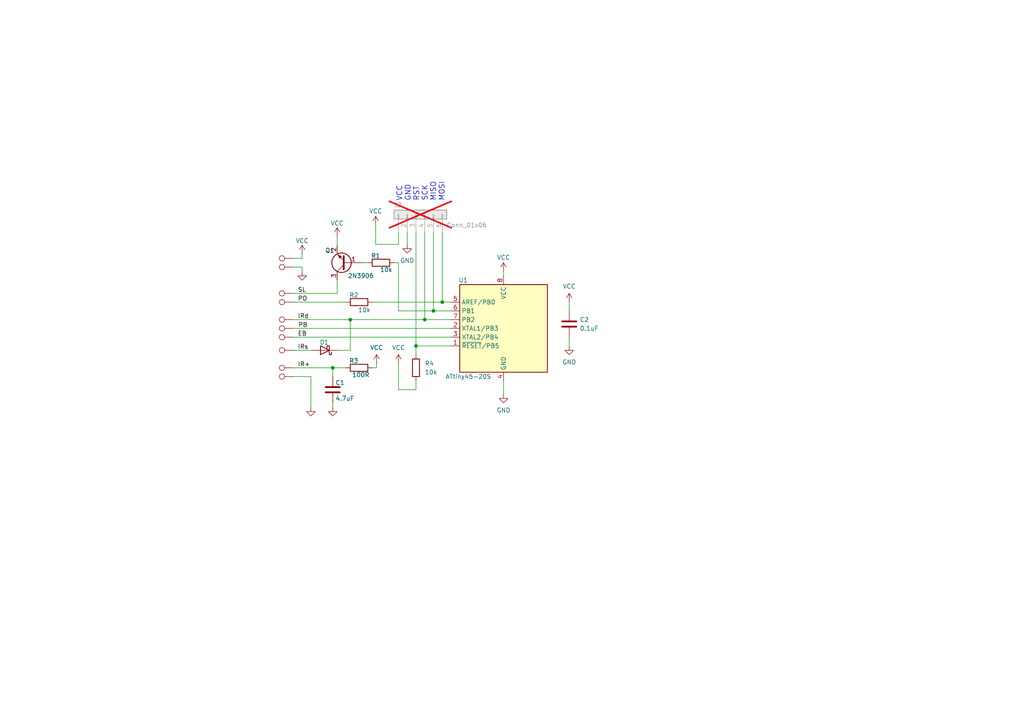
<source format=kicad_sch>
(kicad_sch (version 20230121) (generator eeschema)

  (uuid f1e57fa7-e04f-4501-b65d-c9d8d4edbbad)

  (paper "A4")

  (lib_symbols
    (symbol "Connector:TestPoint" (pin_numbers hide) (pin_names (offset 0.762) hide) (in_bom yes) (on_board yes)
      (property "Reference" "TP" (at 0 6.858 0)
        (effects (font (size 1.27 1.27)))
      )
      (property "Value" "TestPoint" (at 0 5.08 0)
        (effects (font (size 1.27 1.27)))
      )
      (property "Footprint" "" (at 5.08 0 0)
        (effects (font (size 1.27 1.27)) hide)
      )
      (property "Datasheet" "~" (at 5.08 0 0)
        (effects (font (size 1.27 1.27)) hide)
      )
      (property "ki_keywords" "test point tp" (at 0 0 0)
        (effects (font (size 1.27 1.27)) hide)
      )
      (property "ki_description" "test point" (at 0 0 0)
        (effects (font (size 1.27 1.27)) hide)
      )
      (property "ki_fp_filters" "Pin* Test*" (at 0 0 0)
        (effects (font (size 1.27 1.27)) hide)
      )
      (symbol "TestPoint_0_1"
        (circle (center 0 3.302) (radius 0.762)
          (stroke (width 0) (type default))
          (fill (type none))
        )
      )
      (symbol "TestPoint_1_1"
        (pin passive line (at 0 0 90) (length 2.54)
          (name "1" (effects (font (size 1.27 1.27))))
          (number "1" (effects (font (size 1.27 1.27))))
        )
      )
    )
    (symbol "Connector_Generic:Conn_01x06" (pin_names (offset 1.016) hide) (in_bom yes) (on_board yes)
      (property "Reference" "J" (at 0 7.62 0)
        (effects (font (size 1.27 1.27)))
      )
      (property "Value" "Conn_01x06" (at 0 -10.16 0)
        (effects (font (size 1.27 1.27)))
      )
      (property "Footprint" "" (at 0 0 0)
        (effects (font (size 1.27 1.27)) hide)
      )
      (property "Datasheet" "~" (at 0 0 0)
        (effects (font (size 1.27 1.27)) hide)
      )
      (property "ki_keywords" "connector" (at 0 0 0)
        (effects (font (size 1.27 1.27)) hide)
      )
      (property "ki_description" "Generic connector, single row, 01x06, script generated (kicad-library-utils/schlib/autogen/connector/)" (at 0 0 0)
        (effects (font (size 1.27 1.27)) hide)
      )
      (property "ki_fp_filters" "Connector*:*_1x??_*" (at 0 0 0)
        (effects (font (size 1.27 1.27)) hide)
      )
      (symbol "Conn_01x06_1_1"
        (rectangle (start -1.27 -7.493) (end 0 -7.747)
          (stroke (width 0.1524) (type default))
          (fill (type none))
        )
        (rectangle (start -1.27 -4.953) (end 0 -5.207)
          (stroke (width 0.1524) (type default))
          (fill (type none))
        )
        (rectangle (start -1.27 -2.413) (end 0 -2.667)
          (stroke (width 0.1524) (type default))
          (fill (type none))
        )
        (rectangle (start -1.27 0.127) (end 0 -0.127)
          (stroke (width 0.1524) (type default))
          (fill (type none))
        )
        (rectangle (start -1.27 2.667) (end 0 2.413)
          (stroke (width 0.1524) (type default))
          (fill (type none))
        )
        (rectangle (start -1.27 5.207) (end 0 4.953)
          (stroke (width 0.1524) (type default))
          (fill (type none))
        )
        (rectangle (start -1.27 6.35) (end 1.27 -8.89)
          (stroke (width 0.254) (type default))
          (fill (type background))
        )
        (pin passive line (at -5.08 5.08 0) (length 3.81)
          (name "Pin_1" (effects (font (size 1.27 1.27))))
          (number "1" (effects (font (size 1.27 1.27))))
        )
        (pin passive line (at -5.08 2.54 0) (length 3.81)
          (name "Pin_2" (effects (font (size 1.27 1.27))))
          (number "2" (effects (font (size 1.27 1.27))))
        )
        (pin passive line (at -5.08 0 0) (length 3.81)
          (name "Pin_3" (effects (font (size 1.27 1.27))))
          (number "3" (effects (font (size 1.27 1.27))))
        )
        (pin passive line (at -5.08 -2.54 0) (length 3.81)
          (name "Pin_4" (effects (font (size 1.27 1.27))))
          (number "4" (effects (font (size 1.27 1.27))))
        )
        (pin passive line (at -5.08 -5.08 0) (length 3.81)
          (name "Pin_5" (effects (font (size 1.27 1.27))))
          (number "5" (effects (font (size 1.27 1.27))))
        )
        (pin passive line (at -5.08 -7.62 0) (length 3.81)
          (name "Pin_6" (effects (font (size 1.27 1.27))))
          (number "6" (effects (font (size 1.27 1.27))))
        )
      )
    )
    (symbol "Device:C" (pin_numbers hide) (pin_names (offset 0.254)) (in_bom yes) (on_board yes)
      (property "Reference" "C" (at 0.635 2.54 0)
        (effects (font (size 1.27 1.27)) (justify left))
      )
      (property "Value" "C" (at 0.635 -2.54 0)
        (effects (font (size 1.27 1.27)) (justify left))
      )
      (property "Footprint" "" (at 0.9652 -3.81 0)
        (effects (font (size 1.27 1.27)) hide)
      )
      (property "Datasheet" "~" (at 0 0 0)
        (effects (font (size 1.27 1.27)) hide)
      )
      (property "ki_keywords" "cap capacitor" (at 0 0 0)
        (effects (font (size 1.27 1.27)) hide)
      )
      (property "ki_description" "Unpolarized capacitor" (at 0 0 0)
        (effects (font (size 1.27 1.27)) hide)
      )
      (property "ki_fp_filters" "C_*" (at 0 0 0)
        (effects (font (size 1.27 1.27)) hide)
      )
      (symbol "C_0_1"
        (polyline
          (pts
            (xy -2.032 -0.762)
            (xy 2.032 -0.762)
          )
          (stroke (width 0.508) (type default))
          (fill (type none))
        )
        (polyline
          (pts
            (xy -2.032 0.762)
            (xy 2.032 0.762)
          )
          (stroke (width 0.508) (type default))
          (fill (type none))
        )
      )
      (symbol "C_1_1"
        (pin passive line (at 0 3.81 270) (length 2.794)
          (name "~" (effects (font (size 1.27 1.27))))
          (number "1" (effects (font (size 1.27 1.27))))
        )
        (pin passive line (at 0 -3.81 90) (length 2.794)
          (name "~" (effects (font (size 1.27 1.27))))
          (number "2" (effects (font (size 1.27 1.27))))
        )
      )
    )
    (symbol "Device:D_Schottky" (pin_numbers hide) (pin_names (offset 1.016) hide) (in_bom yes) (on_board yes)
      (property "Reference" "D" (at 0 2.54 0)
        (effects (font (size 1.27 1.27)))
      )
      (property "Value" "D_Schottky" (at 0 -2.54 0)
        (effects (font (size 1.27 1.27)))
      )
      (property "Footprint" "" (at 0 0 0)
        (effects (font (size 1.27 1.27)) hide)
      )
      (property "Datasheet" "~" (at 0 0 0)
        (effects (font (size 1.27 1.27)) hide)
      )
      (property "ki_keywords" "diode Schottky" (at 0 0 0)
        (effects (font (size 1.27 1.27)) hide)
      )
      (property "ki_description" "Schottky diode" (at 0 0 0)
        (effects (font (size 1.27 1.27)) hide)
      )
      (property "ki_fp_filters" "TO-???* *_Diode_* *SingleDiode* D_*" (at 0 0 0)
        (effects (font (size 1.27 1.27)) hide)
      )
      (symbol "D_Schottky_0_1"
        (polyline
          (pts
            (xy 1.27 0)
            (xy -1.27 0)
          )
          (stroke (width 0) (type default))
          (fill (type none))
        )
        (polyline
          (pts
            (xy 1.27 1.27)
            (xy 1.27 -1.27)
            (xy -1.27 0)
            (xy 1.27 1.27)
          )
          (stroke (width 0.254) (type default))
          (fill (type none))
        )
        (polyline
          (pts
            (xy -1.905 0.635)
            (xy -1.905 1.27)
            (xy -1.27 1.27)
            (xy -1.27 -1.27)
            (xy -0.635 -1.27)
            (xy -0.635 -0.635)
          )
          (stroke (width 0.254) (type default))
          (fill (type none))
        )
      )
      (symbol "D_Schottky_1_1"
        (pin passive line (at -3.81 0 0) (length 2.54)
          (name "K" (effects (font (size 1.27 1.27))))
          (number "1" (effects (font (size 1.27 1.27))))
        )
        (pin passive line (at 3.81 0 180) (length 2.54)
          (name "A" (effects (font (size 1.27 1.27))))
          (number "2" (effects (font (size 1.27 1.27))))
        )
      )
    )
    (symbol "Device:R" (pin_numbers hide) (pin_names (offset 0)) (in_bom yes) (on_board yes)
      (property "Reference" "R" (at 2.032 0 90)
        (effects (font (size 1.27 1.27)))
      )
      (property "Value" "R" (at 0 0 90)
        (effects (font (size 1.27 1.27)))
      )
      (property "Footprint" "" (at -1.778 0 90)
        (effects (font (size 1.27 1.27)) hide)
      )
      (property "Datasheet" "~" (at 0 0 0)
        (effects (font (size 1.27 1.27)) hide)
      )
      (property "ki_keywords" "R res resistor" (at 0 0 0)
        (effects (font (size 1.27 1.27)) hide)
      )
      (property "ki_description" "Resistor" (at 0 0 0)
        (effects (font (size 1.27 1.27)) hide)
      )
      (property "ki_fp_filters" "R_*" (at 0 0 0)
        (effects (font (size 1.27 1.27)) hide)
      )
      (symbol "R_0_1"
        (rectangle (start -1.016 -2.54) (end 1.016 2.54)
          (stroke (width 0.254) (type default))
          (fill (type none))
        )
      )
      (symbol "R_1_1"
        (pin passive line (at 0 3.81 270) (length 1.27)
          (name "~" (effects (font (size 1.27 1.27))))
          (number "1" (effects (font (size 1.27 1.27))))
        )
        (pin passive line (at 0 -3.81 90) (length 1.27)
          (name "~" (effects (font (size 1.27 1.27))))
          (number "2" (effects (font (size 1.27 1.27))))
        )
      )
    )
    (symbol "MCU_Microchip_ATtiny:ATtiny45-20S" (in_bom yes) (on_board yes)
      (property "Reference" "U" (at -12.7 13.97 0)
        (effects (font (size 1.27 1.27)) (justify left bottom))
      )
      (property "Value" "ATtiny45-20S" (at 2.54 -13.97 0)
        (effects (font (size 1.27 1.27)) (justify left top))
      )
      (property "Footprint" "Package_SO:SOIC-8W_5.3x5.3mm_P1.27mm" (at 0 0 0)
        (effects (font (size 1.27 1.27) italic) hide)
      )
      (property "Datasheet" "http://ww1.microchip.com/downloads/en/DeviceDoc/atmel-2586-avr-8-bit-microcontroller-attiny25-attiny45-attiny85_datasheet.pdf" (at 0 0 0)
        (effects (font (size 1.27 1.27)) hide)
      )
      (property "ki_keywords" "AVR 8bit Microcontroller tinyAVR" (at 0 0 0)
        (effects (font (size 1.27 1.27)) hide)
      )
      (property "ki_description" "20MHz, 4kB Flash, 256B SRAM, 256B EEPROM, debugWIRE, SOIC-8W" (at 0 0 0)
        (effects (font (size 1.27 1.27)) hide)
      )
      (property "ki_fp_filters" "SOIC*5.3x5.3mm*P1.27mm*" (at 0 0 0)
        (effects (font (size 1.27 1.27)) hide)
      )
      (symbol "ATtiny45-20S_0_1"
        (rectangle (start -12.7 -12.7) (end 12.7 12.7)
          (stroke (width 0.254) (type default))
          (fill (type background))
        )
      )
      (symbol "ATtiny45-20S_1_1"
        (pin bidirectional line (at 15.24 -5.08 180) (length 2.54)
          (name "~{RESET}/PB5" (effects (font (size 1.27 1.27))))
          (number "1" (effects (font (size 1.27 1.27))))
        )
        (pin bidirectional line (at 15.24 0 180) (length 2.54)
          (name "XTAL1/PB3" (effects (font (size 1.27 1.27))))
          (number "2" (effects (font (size 1.27 1.27))))
        )
        (pin bidirectional line (at 15.24 -2.54 180) (length 2.54)
          (name "XTAL2/PB4" (effects (font (size 1.27 1.27))))
          (number "3" (effects (font (size 1.27 1.27))))
        )
        (pin power_in line (at 0 -15.24 90) (length 2.54)
          (name "GND" (effects (font (size 1.27 1.27))))
          (number "4" (effects (font (size 1.27 1.27))))
        )
        (pin bidirectional line (at 15.24 7.62 180) (length 2.54)
          (name "AREF/PB0" (effects (font (size 1.27 1.27))))
          (number "5" (effects (font (size 1.27 1.27))))
        )
        (pin bidirectional line (at 15.24 5.08 180) (length 2.54)
          (name "PB1" (effects (font (size 1.27 1.27))))
          (number "6" (effects (font (size 1.27 1.27))))
        )
        (pin bidirectional line (at 15.24 2.54 180) (length 2.54)
          (name "PB2" (effects (font (size 1.27 1.27))))
          (number "7" (effects (font (size 1.27 1.27))))
        )
        (pin power_in line (at 0 15.24 270) (length 2.54)
          (name "VCC" (effects (font (size 1.27 1.27))))
          (number "8" (effects (font (size 1.27 1.27))))
        )
      )
    )
    (symbol "Transistor_BJT:MMBT3904" (pin_names (offset 0) hide) (in_bom yes) (on_board yes)
      (property "Reference" "Q" (at 5.08 1.905 0)
        (effects (font (size 1.27 1.27)) (justify left))
      )
      (property "Value" "MMBT3904" (at 5.08 0 0)
        (effects (font (size 1.27 1.27)) (justify left))
      )
      (property "Footprint" "Package_TO_SOT_SMD:SOT-23" (at 5.08 -1.905 0)
        (effects (font (size 1.27 1.27) italic) (justify left) hide)
      )
      (property "Datasheet" "https://www.onsemi.com/pdf/datasheet/pzt3904-d.pdf" (at 0 0 0)
        (effects (font (size 1.27 1.27)) (justify left) hide)
      )
      (property "ki_keywords" "NPN Transistor" (at 0 0 0)
        (effects (font (size 1.27 1.27)) hide)
      )
      (property "ki_description" "0.2A Ic, 40V Vce, Small Signal NPN Transistor, SOT-23" (at 0 0 0)
        (effects (font (size 1.27 1.27)) hide)
      )
      (property "ki_fp_filters" "SOT?23*" (at 0 0 0)
        (effects (font (size 1.27 1.27)) hide)
      )
      (symbol "MMBT3904_0_1"
        (polyline
          (pts
            (xy 0.635 0.635)
            (xy 2.54 2.54)
          )
          (stroke (width 0) (type default))
          (fill (type none))
        )
        (polyline
          (pts
            (xy 0.635 -0.635)
            (xy 2.54 -2.54)
            (xy 2.54 -2.54)
          )
          (stroke (width 0) (type default))
          (fill (type none))
        )
        (polyline
          (pts
            (xy 0.635 1.905)
            (xy 0.635 -1.905)
            (xy 0.635 -1.905)
          )
          (stroke (width 0.508) (type default))
          (fill (type none))
        )
        (polyline
          (pts
            (xy 1.27 -1.778)
            (xy 1.778 -1.27)
            (xy 2.286 -2.286)
            (xy 1.27 -1.778)
            (xy 1.27 -1.778)
          )
          (stroke (width 0) (type default))
          (fill (type outline))
        )
        (circle (center 1.27 0) (radius 2.8194)
          (stroke (width 0.254) (type default))
          (fill (type none))
        )
      )
      (symbol "MMBT3904_1_1"
        (pin input line (at -5.08 0 0) (length 5.715)
          (name "B" (effects (font (size 1.27 1.27))))
          (number "1" (effects (font (size 1.27 1.27))))
        )
        (pin passive line (at 2.54 -5.08 90) (length 2.54)
          (name "E" (effects (font (size 1.27 1.27))))
          (number "2" (effects (font (size 1.27 1.27))))
        )
        (pin passive line (at 2.54 5.08 270) (length 2.54)
          (name "C" (effects (font (size 1.27 1.27))))
          (number "3" (effects (font (size 1.27 1.27))))
        )
      )
    )
    (symbol "power:GND" (power) (pin_names (offset 0)) (in_bom yes) (on_board yes)
      (property "Reference" "#PWR" (at 0 -6.35 0)
        (effects (font (size 1.27 1.27)) hide)
      )
      (property "Value" "GND" (at 0 -3.81 0)
        (effects (font (size 1.27 1.27)))
      )
      (property "Footprint" "" (at 0 0 0)
        (effects (font (size 1.27 1.27)) hide)
      )
      (property "Datasheet" "" (at 0 0 0)
        (effects (font (size 1.27 1.27)) hide)
      )
      (property "ki_keywords" "global power" (at 0 0 0)
        (effects (font (size 1.27 1.27)) hide)
      )
      (property "ki_description" "Power symbol creates a global label with name \"GND\" , ground" (at 0 0 0)
        (effects (font (size 1.27 1.27)) hide)
      )
      (symbol "GND_0_1"
        (polyline
          (pts
            (xy 0 0)
            (xy 0 -1.27)
            (xy 1.27 -1.27)
            (xy 0 -2.54)
            (xy -1.27 -1.27)
            (xy 0 -1.27)
          )
          (stroke (width 0) (type default))
          (fill (type none))
        )
      )
      (symbol "GND_1_1"
        (pin power_in line (at 0 0 270) (length 0) hide
          (name "GND" (effects (font (size 1.27 1.27))))
          (number "1" (effects (font (size 1.27 1.27))))
        )
      )
    )
    (symbol "power:VCC" (power) (pin_names (offset 0)) (in_bom yes) (on_board yes)
      (property "Reference" "#PWR" (at 0 -3.81 0)
        (effects (font (size 1.27 1.27)) hide)
      )
      (property "Value" "VCC" (at 0 3.81 0)
        (effects (font (size 1.27 1.27)))
      )
      (property "Footprint" "" (at 0 0 0)
        (effects (font (size 1.27 1.27)) hide)
      )
      (property "Datasheet" "" (at 0 0 0)
        (effects (font (size 1.27 1.27)) hide)
      )
      (property "ki_keywords" "global power" (at 0 0 0)
        (effects (font (size 1.27 1.27)) hide)
      )
      (property "ki_description" "Power symbol creates a global label with name \"VCC\"" (at 0 0 0)
        (effects (font (size 1.27 1.27)) hide)
      )
      (symbol "VCC_0_1"
        (polyline
          (pts
            (xy -0.762 1.27)
            (xy 0 2.54)
          )
          (stroke (width 0) (type default))
          (fill (type none))
        )
        (polyline
          (pts
            (xy 0 0)
            (xy 0 2.54)
          )
          (stroke (width 0) (type default))
          (fill (type none))
        )
        (polyline
          (pts
            (xy 0 2.54)
            (xy 0.762 1.27)
          )
          (stroke (width 0) (type default))
          (fill (type none))
        )
      )
      (symbol "VCC_1_1"
        (pin power_in line (at 0 0 90) (length 0) hide
          (name "VCC" (effects (font (size 1.27 1.27))))
          (number "1" (effects (font (size 1.27 1.27))))
        )
      )
    )
  )

  (junction (at 120.65 100.33) (diameter 0) (color 0 0 0 0)
    (uuid 0a46a4dc-a9cf-42c5-a129-2823ac7c04d8)
  )
  (junction (at 101.6 92.71) (diameter 0) (color 0 0 0 0)
    (uuid 2aeefa99-1ce5-404c-a5da-8bd7a11f2a07)
  )
  (junction (at 125.73 90.17) (diameter 0) (color 0 0 0 0)
    (uuid 717a30b9-c6dd-49be-a585-8355f55e59ef)
  )
  (junction (at 96.52 106.68) (diameter 0) (color 0 0 0 0)
    (uuid 7aff77a3-e25e-4aa6-adeb-a40513168458)
  )
  (junction (at 123.19 92.71) (diameter 0) (color 0 0 0 0)
    (uuid af55451f-1a60-4682-82d1-0d289f2bc208)
  )
  (junction (at 128.27 87.63) (diameter 0) (color 0 0 0 0)
    (uuid ba554c00-b17d-4699-a482-731f303fe16b)
  )

  (wire (pts (xy 85.09 77.47) (xy 87.63 77.47))
    (stroke (width 0) (type default))
    (uuid 078defbd-4687-45a6-a39f-5d262a1269f8)
  )
  (wire (pts (xy 98.044 101.6) (xy 101.6 101.6))
    (stroke (width 0) (type default))
    (uuid 0bdcacfc-9d3f-46e7-a8cc-6ed0139828eb)
  )
  (wire (pts (xy 115.57 113.03) (xy 120.65 113.03))
    (stroke (width 0) (type default))
    (uuid 0bfa7461-392c-4e6f-b784-2cf56fa95eb7)
  )
  (wire (pts (xy 85.09 95.25) (xy 130.81 95.25))
    (stroke (width 0) (type default))
    (uuid 0f933954-e35d-475e-ab8b-9c5e4a3e843c)
  )
  (wire (pts (xy 114.3 76.2) (xy 115.57 76.2))
    (stroke (width 0) (type default))
    (uuid 0ff7e6ea-5d9a-4c20-9a60-2bb816a36b83)
  )
  (wire (pts (xy 109.22 106.68) (xy 107.95 106.68))
    (stroke (width 0) (type default))
    (uuid 12358302-a7b5-480d-bc6d-0429bf08e2dc)
  )
  (wire (pts (xy 85.09 109.22) (xy 90.17 109.22))
    (stroke (width 0) (type default))
    (uuid 1404c01a-1649-48de-afca-a554361d0b86)
  )
  (wire (pts (xy 128.27 87.63) (xy 130.81 87.63))
    (stroke (width 0) (type default))
    (uuid 1605d10e-0c70-4c7c-9181-567acb9c084b)
  )
  (wire (pts (xy 123.19 92.71) (xy 130.81 92.71))
    (stroke (width 0) (type default))
    (uuid 1758da06-a197-4576-91bf-dae191ef913e)
  )
  (wire (pts (xy 97.79 68.58) (xy 97.79 71.12))
    (stroke (width 0) (type default))
    (uuid 184537ee-d26e-40e7-aae4-3b7839d68505)
  )
  (wire (pts (xy 120.65 100.33) (xy 120.65 102.87))
    (stroke (width 0) (type default))
    (uuid 1a60327a-74e6-4262-910a-60b24a58ea93)
  )
  (wire (pts (xy 85.09 74.93) (xy 87.63 74.93))
    (stroke (width 0) (type default))
    (uuid 1e7e8e77-2fb6-4b58-9c52-7dd21e894b23)
  )
  (wire (pts (xy 85.09 101.6) (xy 90.424 101.6))
    (stroke (width 0) (type default))
    (uuid 1e83bca2-eacd-4bd1-988e-21fd00838872)
  )
  (wire (pts (xy 97.79 81.28) (xy 97.79 85.09))
    (stroke (width 0) (type default))
    (uuid 21e7ae10-5377-4794-93a7-d11050fb1392)
  )
  (wire (pts (xy 85.09 106.68) (xy 96.52 106.68))
    (stroke (width 0) (type default))
    (uuid 2d62f8c8-802b-4525-983e-942d26ffc0ab)
  )
  (wire (pts (xy 128.27 67.31) (xy 128.27 87.63))
    (stroke (width 0) (type default))
    (uuid 306b3722-4475-40ea-8545-23163840b53c)
  )
  (wire (pts (xy 87.63 77.47) (xy 87.63 78.74))
    (stroke (width 0) (type default))
    (uuid 340369ec-82b2-45e9-8104-0d47c8b3b5a1)
  )
  (wire (pts (xy 101.6 92.71) (xy 101.6 101.6))
    (stroke (width 0) (type default))
    (uuid 34e9c15b-4f94-4c96-a47f-6b0499348014)
  )
  (wire (pts (xy 123.19 67.31) (xy 123.19 92.71))
    (stroke (width 0) (type default))
    (uuid 47d1951b-f730-4f00-8e9d-7c28a0a47fa8)
  )
  (wire (pts (xy 96.52 106.68) (xy 100.33 106.68))
    (stroke (width 0) (type default))
    (uuid 4e2f8e75-f312-4ed5-868e-0814092aeaf4)
  )
  (wire (pts (xy 118.11 67.31) (xy 118.11 70.866))
    (stroke (width 0) (type default))
    (uuid 55139d17-2f14-462d-a57d-6ec66cf53340)
  )
  (wire (pts (xy 125.73 90.17) (xy 130.81 90.17))
    (stroke (width 0) (type default))
    (uuid 5d142d5b-de58-4527-8b16-c0b1f6be565d)
  )
  (wire (pts (xy 115.57 90.17) (xy 125.73 90.17))
    (stroke (width 0) (type default))
    (uuid 5f38410b-d7bb-4660-bf5e-150644f36924)
  )
  (wire (pts (xy 115.57 105.41) (xy 115.57 113.03))
    (stroke (width 0) (type default))
    (uuid 63306ceb-00bc-4bd5-9815-088e39c71cd3)
  )
  (wire (pts (xy 90.17 109.22) (xy 90.17 118.11))
    (stroke (width 0) (type default))
    (uuid 684b3bb5-04b2-4c65-b6ce-77a46f53f0eb)
  )
  (wire (pts (xy 165.1 97.79) (xy 165.1 100.33))
    (stroke (width 0) (type default))
    (uuid 69f45f05-7ea9-4b03-bb6b-e949f092a04f)
  )
  (wire (pts (xy 120.65 113.03) (xy 120.65 110.49))
    (stroke (width 0) (type default))
    (uuid 7073332b-6e84-4442-8e0a-cf06cc02e59a)
  )
  (wire (pts (xy 146.05 78.74) (xy 146.05 80.01))
    (stroke (width 0) (type default))
    (uuid 71959027-ab62-4695-b3de-54b89d28bb13)
  )
  (wire (pts (xy 120.65 100.33) (xy 130.81 100.33))
    (stroke (width 0) (type default))
    (uuid 85762a7a-a6e2-4133-ba17-ea580102b808)
  )
  (wire (pts (xy 85.09 85.09) (xy 97.79 85.09))
    (stroke (width 0) (type default))
    (uuid 85832ef3-7291-41f9-aa54-35b382674c30)
  )
  (wire (pts (xy 120.65 67.31) (xy 120.65 100.33))
    (stroke (width 0) (type default))
    (uuid 85d02859-dadd-4c7f-9f0d-6260d1c383f9)
  )
  (wire (pts (xy 87.63 74.93) (xy 87.63 73.66))
    (stroke (width 0) (type default))
    (uuid 8b7b92d1-276f-4d7c-979b-0503017e8c67)
  )
  (wire (pts (xy 109.22 105.41) (xy 109.22 106.68))
    (stroke (width 0) (type default))
    (uuid 927dab80-0f56-432d-8ef3-3bc5273ae442)
  )
  (wire (pts (xy 85.09 87.63) (xy 100.33 87.63))
    (stroke (width 0) (type default))
    (uuid 9786a1ce-6cf2-406b-8588-dd92c5035b35)
  )
  (wire (pts (xy 165.1 87.63) (xy 165.1 90.17))
    (stroke (width 0) (type default))
    (uuid 9ad1d192-2aad-494e-9dc8-3b89b607777c)
  )
  (wire (pts (xy 115.57 67.31) (xy 115.57 70.866))
    (stroke (width 0) (type default))
    (uuid a23ea6e1-e4aa-4ff3-af39-c71f51a691fe)
  )
  (wire (pts (xy 85.09 92.71) (xy 101.6 92.71))
    (stroke (width 0) (type default))
    (uuid a42f80ab-4482-43d8-b8bf-7b78264ca4e7)
  )
  (wire (pts (xy 85.09 97.79) (xy 130.81 97.79))
    (stroke (width 0) (type default))
    (uuid aa10f05c-5434-4652-8761-0afbcfaa0cba)
  )
  (wire (pts (xy 125.73 67.31) (xy 125.73 90.17))
    (stroke (width 0) (type default))
    (uuid b1c7abbe-cdf8-4352-86a8-03ecbcff2837)
  )
  (wire (pts (xy 146.05 110.49) (xy 146.05 114.3))
    (stroke (width 0) (type default))
    (uuid c13aa565-f23b-4a1e-b77b-0456f04bac57)
  )
  (wire (pts (xy 107.95 87.63) (xy 128.27 87.63))
    (stroke (width 0) (type default))
    (uuid c23b3c06-c787-4e18-933b-706f31296536)
  )
  (wire (pts (xy 108.966 65.278) (xy 108.966 70.866))
    (stroke (width 0) (type default))
    (uuid c383e498-3c23-4cf0-8439-c6dc59b99260)
  )
  (wire (pts (xy 96.52 106.68) (xy 96.52 109.22))
    (stroke (width 0) (type default))
    (uuid c47add73-d8f3-452f-ac5a-b7cd6af14eab)
  )
  (wire (pts (xy 101.6 92.71) (xy 123.19 92.71))
    (stroke (width 0) (type default))
    (uuid c6d15035-605d-4f5e-8c17-f9dc2911968e)
  )
  (wire (pts (xy 96.52 116.84) (xy 96.52 118.11))
    (stroke (width 0) (type default))
    (uuid dcfaaf4f-5fce-4f7c-a8ac-0740e578e383)
  )
  (wire (pts (xy 115.57 76.2) (xy 115.57 90.17))
    (stroke (width 0) (type default))
    (uuid ea2e6f10-7fbd-4f35-b4db-54e9a9fa3a11)
  )
  (wire (pts (xy 108.966 70.866) (xy 115.57 70.866))
    (stroke (width 0) (type default))
    (uuid ea58f7c3-b6de-4710-acd6-5eb6b2de977c)
  )
  (wire (pts (xy 105.41 76.2) (xy 106.68 76.2))
    (stroke (width 0) (type default))
    (uuid fb26edc9-9e64-4c36-a1fd-3c11e0affadc)
  )

  (text "VCC\nGND\nRST\nSCK\nMISO\nMOSI" (at 129.032 58.42 90)
    (effects (font (size 1.524 1.524)) (justify left bottom))
    (uuid 4f611d20-a3ea-46b9-9e02-e324dcbe94e2)
  )

  (label "SL" (at 86.36 85.09 0) (fields_autoplaced)
    (effects (font (size 1.27 1.27)) (justify left bottom))
    (uuid 462e1179-3765-453a-82c1-94c3efba583b)
  )
  (label "IRs" (at 86.36 101.6 0) (fields_autoplaced)
    (effects (font (size 1.27 1.27)) (justify left bottom))
    (uuid 46c4362a-e113-42cb-8ab0-1399780d58cb)
  )
  (label "EB" (at 86.36 97.79 0) (fields_autoplaced)
    (effects (font (size 1.27 1.27)) (justify left bottom))
    (uuid 70c01179-f61d-4e36-9b9b-2f2764b7c587)
  )
  (label "PB" (at 86.487 95.25 0) (fields_autoplaced)
    (effects (font (size 1.27 1.27)) (justify left bottom))
    (uuid 9a394800-fcb6-4502-8bfe-a1fa53fd4e21)
  )
  (label "PO" (at 86.36 87.63 0) (fields_autoplaced)
    (effects (font (size 1.27 1.27)) (justify left bottom))
    (uuid b29434fd-9eef-4839-ae3b-58c20e5d1dd7)
  )
  (label "IRd" (at 86.36 92.71 0) (fields_autoplaced)
    (effects (font (size 1.27 1.27)) (justify left bottom))
    (uuid bf8794c6-3776-4acb-8df7-ec5106450292)
  )
  (label "IR+" (at 86.36 106.68 0) (fields_autoplaced)
    (effects (font (size 1.27 1.27)) (justify left bottom))
    (uuid c8d41de4-a008-48ca-87b4-d9feb919edee)
  )

  (symbol (lib_id "Device:R") (at 120.65 106.68 0) (unit 1)
    (in_bom yes) (on_board yes) (dnp no) (fields_autoplaced)
    (uuid 0634102a-d9b9-425b-94fc-3557c703a3fe)
    (property "Reference" "R4" (at 123.19 105.41 0)
      (effects (font (size 1.27 1.27)) (justify left))
    )
    (property "Value" "10k" (at 123.19 107.95 0)
      (effects (font (size 1.27 1.27)) (justify left))
    )
    (property "Footprint" "Resistor_SMD:R_0603_1608Metric" (at 118.872 106.68 90)
      (effects (font (size 1.27 1.27)) hide)
    )
    (property "Datasheet" "~" (at 120.65 106.68 0)
      (effects (font (size 1.27 1.27)) hide)
    )
    (pin "1" (uuid 94624c26-50a3-4050-b69c-1a4c9d60fecf))
    (pin "2" (uuid 4eabc437-ed5c-451e-ad47-fad5bfa9ef31))
    (instances
      (project "xerc2c"
        (path "/f1e57fa7-e04f-4501-b65d-c9d8d4edbbad"
          (reference "R4") (unit 1)
        )
      )
    )
  )

  (symbol (lib_id "Connector:TestPoint") (at 85.09 109.22 90) (unit 1)
    (in_bom yes) (on_board yes) (dnp no)
    (uuid 0714f680-4694-4170-81cd-cec56603a3af)
    (property "Reference" "TP10" (at 83.2358 110.363 0)
      (effects (font (size 1.778 1.5113)) (justify left bottom) hide)
    )
    (property "Value" "SMD2" (at 88.392 110.363 0)
      (effects (font (size 1.778 1.5113)) (justify left bottom) hide)
    )
    (property "Footprint" "Library:SMDPAD" (at 85.09 104.14 0)
      (effects (font (size 1.27 1.27)) hide)
    )
    (property "Datasheet" "~" (at 85.09 104.14 0)
      (effects (font (size 1.27 1.27)) hide)
    )
    (pin "1" (uuid 03bd63e7-211f-4d16-8e87-2dde519244bf))
    (instances
      (project "xerc2c"
        (path "/f1e57fa7-e04f-4501-b65d-c9d8d4edbbad"
          (reference "TP10") (unit 1)
        )
      )
    )
  )

  (symbol (lib_id "power:VCC") (at 115.57 105.41 0) (mirror y) (unit 1)
    (in_bom yes) (on_board yes) (dnp no)
    (uuid 0d56f2c9-91c6-4d09-a0a5-9fc3c1d2770f)
    (property "Reference" "#PWR011" (at 115.57 109.22 0)
      (effects (font (size 1.27 1.27)) hide)
    )
    (property "Value" "VCC" (at 115.57 100.838 0)
      (effects (font (size 1.27 1.27)))
    )
    (property "Footprint" "" (at 115.57 105.41 0)
      (effects (font (size 1.27 1.27)) hide)
    )
    (property "Datasheet" "" (at 115.57 105.41 0)
      (effects (font (size 1.27 1.27)) hide)
    )
    (pin "1" (uuid 9a07576c-86b6-4d7e-8d8a-945e51412e3a))
    (instances
      (project "xerc2c"
        (path "/f1e57fa7-e04f-4501-b65d-c9d8d4edbbad"
          (reference "#PWR011") (unit 1)
        )
      )
    )
  )

  (symbol (lib_id "Connector:TestPoint") (at 85.09 74.93 90) (unit 1)
    (in_bom yes) (on_board yes) (dnp no)
    (uuid 0e487f47-dc15-4447-bb3b-0b2b369ce67a)
    (property "Reference" "TP1" (at 83.2358 76.073 0)
      (effects (font (size 1.778 1.5113)) (justify left bottom) hide)
    )
    (property "Value" "SMD2" (at 88.392 76.073 0)
      (effects (font (size 1.778 1.5113)) (justify left bottom) hide)
    )
    (property "Footprint" "Library:SMDPAD" (at 85.09 69.85 0)
      (effects (font (size 1.27 1.27)) hide)
    )
    (property "Datasheet" "~" (at 85.09 69.85 0)
      (effects (font (size 1.27 1.27)) hide)
    )
    (pin "1" (uuid 238e81e7-68cf-4d8f-972d-2ed492a8e479))
    (instances
      (project "xerc2c"
        (path "/f1e57fa7-e04f-4501-b65d-c9d8d4edbbad"
          (reference "TP1") (unit 1)
        )
      )
    )
  )

  (symbol (lib_id "power:VCC") (at 109.22 105.41 0) (mirror y) (unit 1)
    (in_bom yes) (on_board yes) (dnp no)
    (uuid 2b7f9537-78ea-427d-8b60-3f9e7b073d04)
    (property "Reference" "#PWR010" (at 109.22 109.22 0)
      (effects (font (size 1.27 1.27)) hide)
    )
    (property "Value" "VCC" (at 109.22 100.838 0)
      (effects (font (size 1.27 1.27)))
    )
    (property "Footprint" "" (at 109.22 105.41 0)
      (effects (font (size 1.27 1.27)) hide)
    )
    (property "Datasheet" "" (at 109.22 105.41 0)
      (effects (font (size 1.27 1.27)) hide)
    )
    (pin "1" (uuid 87b0ca81-9163-4ec5-bf24-0b732d222610))
    (instances
      (project "xerc2c"
        (path "/f1e57fa7-e04f-4501-b65d-c9d8d4edbbad"
          (reference "#PWR010") (unit 1)
        )
      )
    )
  )

  (symbol (lib_id "power:GND") (at 96.52 118.11 0) (unit 1)
    (in_bom yes) (on_board yes) (dnp no) (fields_autoplaced)
    (uuid 316f9917-6c89-44fc-9c5d-1b3ef5a4ae8b)
    (property "Reference" "#PWR09" (at 96.52 124.46 0)
      (effects (font (size 1.27 1.27)) hide)
    )
    (property "Value" "GND" (at 96.52 122.809 0)
      (effects (font (size 1.27 1.27)) hide)
    )
    (property "Footprint" "" (at 96.52 118.11 0)
      (effects (font (size 1.27 1.27)) hide)
    )
    (property "Datasheet" "" (at 96.52 118.11 0)
      (effects (font (size 1.27 1.27)) hide)
    )
    (pin "1" (uuid 9f628961-2297-4602-a95b-e805f23ae5dc))
    (instances
      (project "xerc2c"
        (path "/f1e57fa7-e04f-4501-b65d-c9d8d4edbbad"
          (reference "#PWR09") (unit 1)
        )
      )
    )
  )

  (symbol (lib_id "Connector_Generic:Conn_01x06") (at 120.65 62.23 90) (unit 1)
    (in_bom yes) (on_board yes) (dnp yes)
    (uuid 3d85ad7d-811e-4dbf-a205-b94ea8219676)
    (property "Reference" "J2" (at 115.316 59.436 90)
      (effects (font (size 1.27 1.27)))
    )
    (property "Value" "Conn_01x06" (at 135.382 65.278 90)
      (effects (font (size 1.27 1.27)))
    )
    (property "Footprint" "Connector_PinHeader_2.54mm:PinHeader_1x06_P2.54mm_Vertical" (at 120.65 62.23 0)
      (effects (font (size 1.27 1.27)) hide)
    )
    (property "Datasheet" "~" (at 120.65 62.23 0)
      (effects (font (size 1.27 1.27)) hide)
    )
    (pin "2" (uuid 8551c7f7-9817-42dc-bc21-c72719197cf0))
    (pin "4" (uuid e15a4ca3-7b96-4b82-8aca-d55c14d88477))
    (pin "5" (uuid 3ded646c-9f52-4215-9810-c3ea0830984f))
    (pin "6" (uuid f4e0ec79-ff5c-4020-a240-2abbebcc4a30))
    (pin "3" (uuid 2ae274d6-999d-4cca-82ad-f05832dc6806))
    (pin "1" (uuid 367aa139-e7f7-4f3c-9d06-29c3b8ea051e))
    (instances
      (project "xerc2c"
        (path "/f1e57fa7-e04f-4501-b65d-c9d8d4edbbad"
          (reference "J2") (unit 1)
        )
      )
    )
  )

  (symbol (lib_id "Device:C") (at 96.52 113.03 0) (unit 1)
    (in_bom yes) (on_board yes) (dnp no)
    (uuid 416e7aba-86cf-4d96-b1e9-d5f116b26a88)
    (property "Reference" "C1" (at 97.282 110.998 0)
      (effects (font (size 1.27 1.27)) (justify left))
    )
    (property "Value" "4.7uF" (at 97.282 115.57 0)
      (effects (font (size 1.27 1.27)) (justify left))
    )
    (property "Footprint" "Capacitor_SMD:C_0805_2012Metric" (at 97.4852 116.84 0)
      (effects (font (size 1.27 1.27)) hide)
    )
    (property "Datasheet" "~" (at 96.52 113.03 0)
      (effects (font (size 1.27 1.27)) hide)
    )
    (pin "1" (uuid 732495d1-c8fd-466b-ba29-75cffad7c611))
    (pin "2" (uuid 3b9042f2-0c1e-45bf-b1f5-dcd6780e2183))
    (instances
      (project "xerc2c"
        (path "/f1e57fa7-e04f-4501-b65d-c9d8d4edbbad"
          (reference "C1") (unit 1)
        )
      )
    )
  )

  (symbol (lib_id "power:GND") (at 146.05 114.3 0) (unit 1)
    (in_bom yes) (on_board yes) (dnp no) (fields_autoplaced)
    (uuid 44a82218-0bc2-49df-ac49-6fc3abbad201)
    (property "Reference" "#PWR02" (at 146.05 120.65 0)
      (effects (font (size 1.27 1.27)) hide)
    )
    (property "Value" "GND" (at 146.05 118.999 0)
      (effects (font (size 1.27 1.27)))
    )
    (property "Footprint" "" (at 146.05 114.3 0)
      (effects (font (size 1.27 1.27)) hide)
    )
    (property "Datasheet" "" (at 146.05 114.3 0)
      (effects (font (size 1.27 1.27)) hide)
    )
    (pin "1" (uuid 1f192433-167f-47d2-9c7c-851e7173bb7e))
    (instances
      (project "xerc2c"
        (path "/f1e57fa7-e04f-4501-b65d-c9d8d4edbbad"
          (reference "#PWR02") (unit 1)
        )
      )
    )
  )

  (symbol (lib_id "Connector:TestPoint") (at 85.09 92.71 90) (unit 1)
    (in_bom yes) (on_board yes) (dnp no)
    (uuid 4add6344-47f9-43be-9d7a-353aa63b719a)
    (property "Reference" "TP5" (at 83.2358 93.853 0)
      (effects (font (size 1.778 1.5113)) (justify left bottom) hide)
    )
    (property "Value" "SMD2" (at 88.392 93.853 0)
      (effects (font (size 1.778 1.5113)) (justify left bottom) hide)
    )
    (property "Footprint" "Library:SMDPAD" (at 85.09 87.63 0)
      (effects (font (size 1.27 1.27)) hide)
    )
    (property "Datasheet" "~" (at 85.09 87.63 0)
      (effects (font (size 1.27 1.27)) hide)
    )
    (pin "1" (uuid 13596a97-b774-42fc-89e7-fa1eb6be0088))
    (instances
      (project "xerc2c"
        (path "/f1e57fa7-e04f-4501-b65d-c9d8d4edbbad"
          (reference "TP5") (unit 1)
        )
      )
    )
  )

  (symbol (lib_id "Connector:TestPoint") (at 85.09 95.25 90) (unit 1)
    (in_bom yes) (on_board yes) (dnp no)
    (uuid 4cf035a4-87e2-4600-88fa-5811e28c98bf)
    (property "Reference" "TP6" (at 83.2358 96.393 0)
      (effects (font (size 1.778 1.5113)) (justify left bottom) hide)
    )
    (property "Value" "SMD2" (at 88.392 96.393 0)
      (effects (font (size 1.778 1.5113)) (justify left bottom) hide)
    )
    (property "Footprint" "Library:SMDPAD" (at 85.09 90.17 0)
      (effects (font (size 1.27 1.27)) hide)
    )
    (property "Datasheet" "~" (at 85.09 90.17 0)
      (effects (font (size 1.27 1.27)) hide)
    )
    (pin "1" (uuid 65593e93-c6bd-4eff-981d-24a453b46b37))
    (instances
      (project "xerc2c"
        (path "/f1e57fa7-e04f-4501-b65d-c9d8d4edbbad"
          (reference "TP6") (unit 1)
        )
      )
    )
  )

  (symbol (lib_id "Transistor_BJT:MMBT3904") (at 100.33 76.2 180) (unit 1)
    (in_bom yes) (on_board yes) (dnp no)
    (uuid 5653e827-9b43-412a-940e-0f69c3b1c9ab)
    (property "Reference" "Q1" (at 97.028 72.644 0)
      (effects (font (size 1.27 1.27)) (justify left))
    )
    (property "Value" "2N3906" (at 108.458 80.01 0)
      (effects (font (size 1.27 1.27)) (justify left))
    )
    (property "Footprint" "Package_TO_SOT_SMD:SOT-23" (at 95.25 74.295 0)
      (effects (font (size 1.27 1.27) italic) (justify left) hide)
    )
    (property "Datasheet" "https://www.onsemi.com/pdf/datasheet/pzt3904-d.pdf" (at 100.33 76.2 0)
      (effects (font (size 1.27 1.27)) (justify left) hide)
    )
    (pin "1" (uuid 83ea9964-2b45-4d3a-a3e1-e850f0a61aa0))
    (pin "2" (uuid 9965e159-dc7b-4981-a121-f56f95bb9152))
    (pin "3" (uuid d91bb077-010e-4100-aea0-3abb90b23064))
    (instances
      (project "xerc2c"
        (path "/f1e57fa7-e04f-4501-b65d-c9d8d4edbbad"
          (reference "Q1") (unit 1)
        )
      )
    )
  )

  (symbol (lib_id "power:GND") (at 165.1 100.33 0) (unit 1)
    (in_bom yes) (on_board yes) (dnp no) (fields_autoplaced)
    (uuid 58116cfb-3d0c-410e-b193-9616150ee9fa)
    (property "Reference" "#PWR03" (at 165.1 106.68 0)
      (effects (font (size 1.27 1.27)) hide)
    )
    (property "Value" "GND" (at 165.1 105.029 0)
      (effects (font (size 1.27 1.27)))
    )
    (property "Footprint" "" (at 165.1 100.33 0)
      (effects (font (size 1.27 1.27)) hide)
    )
    (property "Datasheet" "" (at 165.1 100.33 0)
      (effects (font (size 1.27 1.27)) hide)
    )
    (pin "1" (uuid d744d72a-6c84-4819-b3d3-63855c6407ad))
    (instances
      (project "xerc2c"
        (path "/f1e57fa7-e04f-4501-b65d-c9d8d4edbbad"
          (reference "#PWR03") (unit 1)
        )
      )
    )
  )

  (symbol (lib_id "Device:R") (at 110.49 76.2 90) (unit 1)
    (in_bom yes) (on_board yes) (dnp no)
    (uuid 6336eb1e-8162-4ca0-a69d-e55f7ce3601b)
    (property "Reference" "R1" (at 108.966 74.168 90)
      (effects (font (size 1.27 1.27)))
    )
    (property "Value" "10k" (at 112.014 78.232 90)
      (effects (font (size 1.27 1.27)))
    )
    (property "Footprint" "Resistor_SMD:R_0603_1608Metric" (at 110.49 77.978 90)
      (effects (font (size 1.27 1.27)) hide)
    )
    (property "Datasheet" "~" (at 110.49 76.2 0)
      (effects (font (size 1.27 1.27)) hide)
    )
    (pin "1" (uuid bbf87574-f661-4079-85c3-61acbc36e23b))
    (pin "2" (uuid 32de0f8a-b075-48d5-b9f3-b3100d243831))
    (instances
      (project "xerc2c"
        (path "/f1e57fa7-e04f-4501-b65d-c9d8d4edbbad"
          (reference "R1") (unit 1)
        )
      )
    )
  )

  (symbol (lib_id "Device:R") (at 104.14 87.63 90) (unit 1)
    (in_bom yes) (on_board yes) (dnp no)
    (uuid 763b6da5-5eef-4cfa-b43e-4fe53390a6d5)
    (property "Reference" "R2" (at 102.616 85.598 90)
      (effects (font (size 1.27 1.27)))
    )
    (property "Value" "10k" (at 105.664 89.916 90)
      (effects (font (size 1.27 1.27)))
    )
    (property "Footprint" "Resistor_SMD:R_0603_1608Metric" (at 104.14 89.408 90)
      (effects (font (size 1.27 1.27)) hide)
    )
    (property "Datasheet" "~" (at 104.14 87.63 0)
      (effects (font (size 1.27 1.27)) hide)
    )
    (pin "1" (uuid fba4f557-4c9c-463a-8908-ad945ab5e448))
    (pin "2" (uuid 80a7e705-f1b4-4623-8abd-f12dba8ae1c3))
    (instances
      (project "xerc2c"
        (path "/f1e57fa7-e04f-4501-b65d-c9d8d4edbbad"
          (reference "R2") (unit 1)
        )
      )
    )
  )

  (symbol (lib_id "Device:D_Schottky") (at 94.234 101.6 180) (unit 1)
    (in_bom yes) (on_board yes) (dnp no)
    (uuid 7766f855-f854-448f-866d-a9b3964a7b10)
    (property "Reference" "D1" (at 94.0435 99.314 0)
      (effects (font (size 1.27 1.27)))
    )
    (property "Value" "D_Schottky" (at 101.6635 103.378 0)
      (effects (font (size 1.27 1.27)) hide)
    )
    (property "Footprint" "Diode_SMD:D_0603_1608Metric" (at 94.234 101.6 0)
      (effects (font (size 1.27 1.27)) hide)
    )
    (property "Datasheet" "~" (at 94.234 101.6 0)
      (effects (font (size 1.27 1.27)) hide)
    )
    (pin "1" (uuid b7c06bac-239a-4eea-be95-ef1c0ab82a6c))
    (pin "2" (uuid 17b3fdb2-e631-4182-8462-b13082c1ac8f))
    (instances
      (project "xerc2c"
        (path "/f1e57fa7-e04f-4501-b65d-c9d8d4edbbad"
          (reference "D1") (unit 1)
        )
      )
    )
  )

  (symbol (lib_id "Connector:TestPoint") (at 85.09 97.79 90) (unit 1)
    (in_bom yes) (on_board yes) (dnp no)
    (uuid 794bc242-d6bb-480e-9ec7-3fd3e16fe168)
    (property "Reference" "TP7" (at 83.2358 98.933 0)
      (effects (font (size 1.778 1.5113)) (justify left bottom) hide)
    )
    (property "Value" "SMD2" (at 88.392 98.933 0)
      (effects (font (size 1.778 1.5113)) (justify left bottom) hide)
    )
    (property "Footprint" "Library:SMDPAD" (at 85.09 92.71 0)
      (effects (font (size 1.27 1.27)) hide)
    )
    (property "Datasheet" "~" (at 85.09 92.71 0)
      (effects (font (size 1.27 1.27)) hide)
    )
    (pin "1" (uuid 403a9ff7-2c20-4725-be0d-f4a1550194ec))
    (instances
      (project "xerc2c"
        (path "/f1e57fa7-e04f-4501-b65d-c9d8d4edbbad"
          (reference "TP7") (unit 1)
        )
      )
    )
  )

  (symbol (lib_id "power:VCC") (at 146.05 78.74 0) (unit 1)
    (in_bom yes) (on_board yes) (dnp no)
    (uuid 84a91977-a4f2-4738-bf6f-949b96953646)
    (property "Reference" "#PWR01" (at 146.05 82.55 0)
      (effects (font (size 1.27 1.27)) hide)
    )
    (property "Value" "VCC" (at 146.05 74.676 0)
      (effects (font (size 1.27 1.27)))
    )
    (property "Footprint" "" (at 146.05 78.74 0)
      (effects (font (size 1.27 1.27)) hide)
    )
    (property "Datasheet" "" (at 146.05 78.74 0)
      (effects (font (size 1.27 1.27)) hide)
    )
    (pin "1" (uuid 601a533c-0952-4b25-a20e-1aaff1e6b53d))
    (instances
      (project "xerc2c"
        (path "/f1e57fa7-e04f-4501-b65d-c9d8d4edbbad"
          (reference "#PWR01") (unit 1)
        )
      )
    )
  )

  (symbol (lib_id "power:GND") (at 90.17 118.11 0) (unit 1)
    (in_bom yes) (on_board yes) (dnp no) (fields_autoplaced)
    (uuid 860e77b2-671b-4526-813a-5c0fa5307ecd)
    (property "Reference" "#PWR08" (at 90.17 124.46 0)
      (effects (font (size 1.27 1.27)) hide)
    )
    (property "Value" "GND" (at 90.17 122.809 0)
      (effects (font (size 1.27 1.27)) hide)
    )
    (property "Footprint" "" (at 90.17 118.11 0)
      (effects (font (size 1.27 1.27)) hide)
    )
    (property "Datasheet" "" (at 90.17 118.11 0)
      (effects (font (size 1.27 1.27)) hide)
    )
    (pin "1" (uuid 623b43da-a49f-4962-a2ee-0555736dd186))
    (instances
      (project "xerc2c"
        (path "/f1e57fa7-e04f-4501-b65d-c9d8d4edbbad"
          (reference "#PWR08") (unit 1)
        )
      )
    )
  )

  (symbol (lib_id "power:VCC") (at 165.1 87.63 0) (mirror y) (unit 1)
    (in_bom yes) (on_board yes) (dnp no)
    (uuid 8c9aef9e-4905-48ab-a89a-b1e8d6a5b767)
    (property "Reference" "#PWR04" (at 165.1 91.44 0)
      (effects (font (size 1.27 1.27)) hide)
    )
    (property "Value" "VCC" (at 165.1 83.058 0)
      (effects (font (size 1.27 1.27)))
    )
    (property "Footprint" "" (at 165.1 87.63 0)
      (effects (font (size 1.27 1.27)) hide)
    )
    (property "Datasheet" "" (at 165.1 87.63 0)
      (effects (font (size 1.27 1.27)) hide)
    )
    (pin "1" (uuid 90c7aa80-048d-4634-9bad-a0affe0eb608))
    (instances
      (project "xerc2c"
        (path "/f1e57fa7-e04f-4501-b65d-c9d8d4edbbad"
          (reference "#PWR04") (unit 1)
        )
      )
    )
  )

  (symbol (lib_id "power:VCC") (at 87.63 73.66 0) (unit 1)
    (in_bom yes) (on_board yes) (dnp no)
    (uuid 93662444-3f21-428f-a64e-040f4ac68004)
    (property "Reference" "#PWR07" (at 87.63 77.47 0)
      (effects (font (size 1.27 1.27)) hide)
    )
    (property "Value" "VCC" (at 87.63 69.85 0)
      (effects (font (size 1.27 1.27)))
    )
    (property "Footprint" "" (at 87.63 73.66 0)
      (effects (font (size 1.27 1.27)) hide)
    )
    (property "Datasheet" "" (at 87.63 73.66 0)
      (effects (font (size 1.27 1.27)) hide)
    )
    (pin "1" (uuid f9862b68-7b2f-4cae-ba37-0ff3493e318b))
    (instances
      (project "xerc2c"
        (path "/f1e57fa7-e04f-4501-b65d-c9d8d4edbbad"
          (reference "#PWR07") (unit 1)
        )
      )
    )
  )

  (symbol (lib_id "Connector:TestPoint") (at 85.09 85.09 90) (unit 1)
    (in_bom yes) (on_board yes) (dnp no)
    (uuid 942103b4-2e47-4166-80b2-0e46b581a4e2)
    (property "Reference" "TP3" (at 83.2358 86.233 0)
      (effects (font (size 1.778 1.5113)) (justify left bottom) hide)
    )
    (property "Value" "SMD2" (at 88.392 86.233 0)
      (effects (font (size 1.778 1.5113)) (justify left bottom) hide)
    )
    (property "Footprint" "Library:SMDPAD" (at 85.09 80.01 0)
      (effects (font (size 1.27 1.27)) hide)
    )
    (property "Datasheet" "~" (at 85.09 80.01 0)
      (effects (font (size 1.27 1.27)) hide)
    )
    (pin "1" (uuid c10e2d5c-8337-4416-ba18-dab1223435be))
    (instances
      (project "xerc2c"
        (path "/f1e57fa7-e04f-4501-b65d-c9d8d4edbbad"
          (reference "TP3") (unit 1)
        )
      )
    )
  )

  (symbol (lib_id "Connector:TestPoint") (at 85.09 101.6 90) (unit 1)
    (in_bom yes) (on_board yes) (dnp no)
    (uuid 9b36ca69-c370-433d-9fc9-17c052dd5211)
    (property "Reference" "TP8" (at 83.2358 102.743 0)
      (effects (font (size 1.778 1.5113)) (justify left bottom) hide)
    )
    (property "Value" "SMD2" (at 88.392 102.743 0)
      (effects (font (size 1.778 1.5113)) (justify left bottom) hide)
    )
    (property "Footprint" "Library:SMDPAD" (at 85.09 96.52 0)
      (effects (font (size 1.27 1.27)) hide)
    )
    (property "Datasheet" "~" (at 85.09 96.52 0)
      (effects (font (size 1.27 1.27)) hide)
    )
    (pin "1" (uuid b4a97608-4b35-4d47-9f90-807660466606))
    (instances
      (project "xerc2c"
        (path "/f1e57fa7-e04f-4501-b65d-c9d8d4edbbad"
          (reference "TP8") (unit 1)
        )
      )
    )
  )

  (symbol (lib_id "power:VCC") (at 108.966 65.278 0) (unit 1)
    (in_bom yes) (on_board yes) (dnp no)
    (uuid a01bcf63-26e1-45b5-ab0f-c8daf4e44ac8)
    (property "Reference" "#PWR013" (at 108.966 69.088 0)
      (effects (font (size 1.27 1.27)) hide)
    )
    (property "Value" "VCC" (at 108.966 61.214 0)
      (effects (font (size 1.27 1.27)))
    )
    (property "Footprint" "" (at 108.966 65.278 0)
      (effects (font (size 1.27 1.27)) hide)
    )
    (property "Datasheet" "" (at 108.966 65.278 0)
      (effects (font (size 1.27 1.27)) hide)
    )
    (pin "1" (uuid d84303d4-2365-4b8e-b49b-41f5f575417f))
    (instances
      (project "xerc2c"
        (path "/f1e57fa7-e04f-4501-b65d-c9d8d4edbbad"
          (reference "#PWR013") (unit 1)
        )
      )
    )
  )

  (symbol (lib_id "power:GND") (at 87.63 78.74 0) (unit 1)
    (in_bom yes) (on_board yes) (dnp no)
    (uuid ac33b9f8-9816-48aa-8c4d-88727ab5100c)
    (property "Reference" "#PWR06" (at 87.63 85.09 0)
      (effects (font (size 1.27 1.27)) hide)
    )
    (property "Value" "GND" (at 90.424 81.661 0)
      (effects (font (size 1.27 1.27)) hide)
    )
    (property "Footprint" "" (at 87.63 78.74 0)
      (effects (font (size 1.27 1.27)) hide)
    )
    (property "Datasheet" "" (at 87.63 78.74 0)
      (effects (font (size 1.27 1.27)) hide)
    )
    (pin "1" (uuid 1e37d041-36a8-470d-babd-0e2c1219debd))
    (instances
      (project "xerc2c"
        (path "/f1e57fa7-e04f-4501-b65d-c9d8d4edbbad"
          (reference "#PWR06") (unit 1)
        )
      )
    )
  )

  (symbol (lib_id "Device:C") (at 165.1 93.98 0) (unit 1)
    (in_bom yes) (on_board yes) (dnp no) (fields_autoplaced)
    (uuid b27bbd67-a2fd-4730-b6a0-f69e1a855de2)
    (property "Reference" "C2" (at 168.148 92.71 0)
      (effects (font (size 1.27 1.27)) (justify left))
    )
    (property "Value" "0.1uF" (at 168.148 95.25 0)
      (effects (font (size 1.27 1.27)) (justify left))
    )
    (property "Footprint" "Capacitor_SMD:C_0603_1608Metric" (at 166.0652 97.79 0)
      (effects (font (size 1.27 1.27)) hide)
    )
    (property "Datasheet" "~" (at 165.1 93.98 0)
      (effects (font (size 1.27 1.27)) hide)
    )
    (pin "1" (uuid 173f1872-cf86-45b9-a241-a7055bcdc793))
    (pin "2" (uuid bcad1729-c63e-43a4-beb0-002eaf40c18c))
    (instances
      (project "xerc2c"
        (path "/f1e57fa7-e04f-4501-b65d-c9d8d4edbbad"
          (reference "C2") (unit 1)
        )
      )
    )
  )

  (symbol (lib_id "Connector:TestPoint") (at 85.09 87.63 90) (unit 1)
    (in_bom yes) (on_board yes) (dnp no)
    (uuid be9c4134-2d80-4a85-a68d-3fd77609d0bc)
    (property "Reference" "TP4" (at 83.2358 88.773 0)
      (effects (font (size 1.778 1.5113)) (justify left bottom) hide)
    )
    (property "Value" "SMD2" (at 88.392 88.773 0)
      (effects (font (size 1.778 1.5113)) (justify left bottom) hide)
    )
    (property "Footprint" "Library:SMDPAD" (at 85.09 82.55 0)
      (effects (font (size 1.27 1.27)) hide)
    )
    (property "Datasheet" "~" (at 85.09 82.55 0)
      (effects (font (size 1.27 1.27)) hide)
    )
    (pin "1" (uuid 53836b72-a29c-4ada-a522-4a7855448eee))
    (instances
      (project "xerc2c"
        (path "/f1e57fa7-e04f-4501-b65d-c9d8d4edbbad"
          (reference "TP4") (unit 1)
        )
      )
    )
  )

  (symbol (lib_id "power:GND") (at 118.11 70.866 0) (unit 1)
    (in_bom yes) (on_board yes) (dnp no) (fields_autoplaced)
    (uuid c5ed2e15-0a2c-46ae-a625-d5fdd1849635)
    (property "Reference" "#PWR012" (at 118.11 77.216 0)
      (effects (font (size 1.27 1.27)) hide)
    )
    (property "Value" "GND" (at 118.11 75.565 0)
      (effects (font (size 1.27 1.27)))
    )
    (property "Footprint" "" (at 118.11 70.866 0)
      (effects (font (size 1.27 1.27)) hide)
    )
    (property "Datasheet" "" (at 118.11 70.866 0)
      (effects (font (size 1.27 1.27)) hide)
    )
    (pin "1" (uuid 1ce4edc4-42c8-4121-9e59-1a589ad0a58a))
    (instances
      (project "xerc2c"
        (path "/f1e57fa7-e04f-4501-b65d-c9d8d4edbbad"
          (reference "#PWR012") (unit 1)
        )
      )
    )
  )

  (symbol (lib_id "Connector:TestPoint") (at 85.09 77.47 90) (unit 1)
    (in_bom yes) (on_board yes) (dnp no)
    (uuid c6a77233-2d80-4e9f-85ee-1b4e58fec7d1)
    (property "Reference" "TP2" (at 83.2358 78.613 0)
      (effects (font (size 1.778 1.5113)) (justify left bottom) hide)
    )
    (property "Value" "SMD2" (at 88.392 78.613 0)
      (effects (font (size 1.778 1.5113)) (justify left bottom) hide)
    )
    (property "Footprint" "Library:SMDPAD" (at 85.09 72.39 0)
      (effects (font (size 1.27 1.27)) hide)
    )
    (property "Datasheet" "~" (at 85.09 72.39 0)
      (effects (font (size 1.27 1.27)) hide)
    )
    (pin "1" (uuid ca6ed0ef-3a74-400e-abbb-4f73a5a773a7))
    (instances
      (project "xerc2c"
        (path "/f1e57fa7-e04f-4501-b65d-c9d8d4edbbad"
          (reference "TP2") (unit 1)
        )
      )
    )
  )

  (symbol (lib_id "power:VCC") (at 97.79 68.58 0) (unit 1)
    (in_bom yes) (on_board yes) (dnp no)
    (uuid d2f46089-7170-49a1-b9a8-e8d04e45b29c)
    (property "Reference" "#PWR05" (at 97.79 72.39 0)
      (effects (font (size 1.27 1.27)) hide)
    )
    (property "Value" "VCC" (at 97.79 64.77 0)
      (effects (font (size 1.27 1.27)))
    )
    (property "Footprint" "" (at 97.79 68.58 0)
      (effects (font (size 1.27 1.27)) hide)
    )
    (property "Datasheet" "" (at 97.79 68.58 0)
      (effects (font (size 1.27 1.27)) hide)
    )
    (pin "1" (uuid 2169c709-84a5-4d73-aba1-5c8746cb7b02))
    (instances
      (project "xerc2c"
        (path "/f1e57fa7-e04f-4501-b65d-c9d8d4edbbad"
          (reference "#PWR05") (unit 1)
        )
      )
    )
  )

  (symbol (lib_id "MCU_Microchip_ATtiny:ATtiny45-20S") (at 146.05 95.25 0) (mirror y) (unit 1)
    (in_bom yes) (on_board yes) (dnp no)
    (uuid e24f0eb5-e461-4f1f-b714-65d92e96a33d)
    (property "Reference" "U1" (at 132.969 81.28 0)
      (effects (font (size 1.27 1.27)) (justify right))
    )
    (property "Value" "ATtiny45-20S" (at 129.159 109.22 0)
      (effects (font (size 1.27 1.27)) (justify right))
    )
    (property "Footprint" "Package_SO:SOIC-8W_5.3x5.3mm_P1.27mm" (at 146.05 95.25 0)
      (effects (font (size 1.27 1.27) italic) hide)
    )
    (property "Datasheet" "http://ww1.microchip.com/downloads/en/DeviceDoc/atmel-2586-avr-8-bit-microcontroller-attiny25-attiny45-attiny85_datasheet.pdf" (at 146.05 95.25 0)
      (effects (font (size 1.27 1.27)) hide)
    )
    (pin "2" (uuid 99562a9f-e220-4249-b4af-e4648c7ae04b))
    (pin "3" (uuid f59cac39-ac97-405f-a521-571088a95572))
    (pin "4" (uuid c7688c61-e37c-4b69-9142-cc53c85b692e))
    (pin "8" (uuid a5cfb9e5-5c20-4ebf-a644-b12548d14ef4))
    (pin "5" (uuid d9cbde69-decb-44ad-9073-92185bd96104))
    (pin "1" (uuid 1ef9c76e-031c-4db6-8d96-f24b05361603))
    (pin "7" (uuid 6d148c30-a226-4b7a-bd11-51bb47e1d89a))
    (pin "6" (uuid c2665034-4c14-4aab-8da0-3cb3ab477d72))
    (instances
      (project "xerc2c"
        (path "/f1e57fa7-e04f-4501-b65d-c9d8d4edbbad"
          (reference "U1") (unit 1)
        )
      )
    )
  )

  (symbol (lib_id "Connector:TestPoint") (at 85.09 106.68 90) (unit 1)
    (in_bom yes) (on_board yes) (dnp no)
    (uuid e3302dc3-5772-4f93-aa83-5cb703ff3551)
    (property "Reference" "TP9" (at 83.2358 107.823 0)
      (effects (font (size 1.778 1.5113)) (justify left bottom) hide)
    )
    (property "Value" "SMD2" (at 88.392 107.823 0)
      (effects (font (size 1.778 1.5113)) (justify left bottom) hide)
    )
    (property "Footprint" "Library:SMDPAD" (at 85.09 101.6 0)
      (effects (font (size 1.27 1.27)) hide)
    )
    (property "Datasheet" "~" (at 85.09 101.6 0)
      (effects (font (size 1.27 1.27)) hide)
    )
    (pin "1" (uuid f512b7aa-4205-4cee-ab60-597125cc52c5))
    (instances
      (project "xerc2c"
        (path "/f1e57fa7-e04f-4501-b65d-c9d8d4edbbad"
          (reference "TP9") (unit 1)
        )
      )
    )
  )

  (symbol (lib_id "Device:R") (at 104.14 106.68 90) (unit 1)
    (in_bom yes) (on_board yes) (dnp no)
    (uuid f54188c9-9eac-4959-829e-598f05e60e93)
    (property "Reference" "R3" (at 102.616 104.648 90)
      (effects (font (size 1.27 1.27)))
    )
    (property "Value" "100R" (at 104.648 108.712 90)
      (effects (font (size 1.27 1.27)))
    )
    (property "Footprint" "Resistor_SMD:R_0603_1608Metric" (at 104.14 108.458 90)
      (effects (font (size 1.27 1.27)) hide)
    )
    (property "Datasheet" "~" (at 104.14 106.68 0)
      (effects (font (size 1.27 1.27)) hide)
    )
    (pin "1" (uuid 0598146b-ce09-46fd-a024-e39f1d9b93aa))
    (pin "2" (uuid 34b50c99-9cac-4ee7-934b-422dc8d837e5))
    (instances
      (project "xerc2c"
        (path "/f1e57fa7-e04f-4501-b65d-c9d8d4edbbad"
          (reference "R3") (unit 1)
        )
      )
    )
  )

  (sheet_instances
    (path "/" (page "1"))
  )
)

</source>
